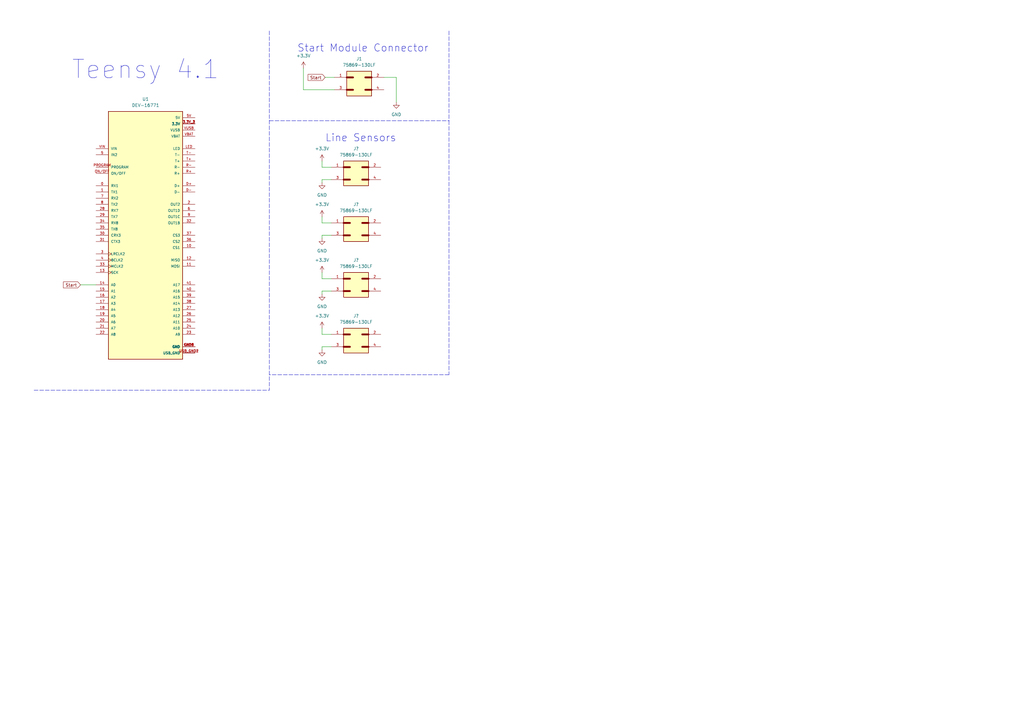
<source format=kicad_sch>
(kicad_sch (version 20211123) (generator eeschema)
  (paper "A3")
  (lib_symbols
    (symbol "power:+3.3V" (power) (pin_names (offset 0))
      (property "Value" "+3.3V" (at 0 3.556 0))
      (symbol "+3.3V_0_1"
        (polyline (pts (xy -0.762 1.27) (xy 0 2.54)))
        (polyline (pts (xy 0 0) (xy 0 2.54)))
        (polyline (pts (xy 0 2.54) (xy 0.762 1.27)))
      )
      (symbol "+3.3V_1_1"
        (pin power_in line (at 0 0 90) (length 0) hide (name "+3.3V") (number "1"))
      )
    )
    (symbol "power:GND" (power) (pin_names (offset 0))
      (property "Value" "GND" (at 0 -3.81 0))
      (symbol "GND_0_1"
        (polyline (pts (xy 0 0) (xy 0 -1.27) (xy 1.27 -1.27) (xy 0 -2.54) (xy -1.27 -1.27) (xy 0 -1.27)))
      )
      (symbol "GND_1_1"
        (pin power_in line (at 0 0 270) (length 0) hide (name "GND") (number "1"))
      )
    )
    (symbol "timmiCB:75869-130LF" (pin_names (offset 1.016))
      (property "Reference" "J" (at -5.0886 5.5975 0))
      (property "Value" "75869-130LF" (at -5.0835 -7.6252 0))
      (symbol "75869-130LF_0_0"
        (rectangle (start -5.08 -5.08) (end 5.08 5.08) (stroke (width 0.254)) (fill (type background)))
        (polyline (pts (xy -5.08 -2.54) (xy -2.54 -2.54)) (stroke (width 0.762)))
        (polyline (pts (xy -5.08 2.54) (xy -2.54 2.54)) (stroke (width 0.762)))
        (polyline (pts (xy 5.08 -2.54) (xy 2.54 -2.54)) (stroke (width 0.762)))
        (polyline (pts (xy 5.08 2.54) (xy 2.54 2.54)) (stroke (width 0.762)))
        (pin passive line (at -10.16 2.54 0) (length 5.08) (name "~") (number "1"))
        (pin passive line (at 10.16 2.54 180) (length 5.08) (name "~") (number "2"))
        (pin passive line (at -10.16 -2.54 0) (length 5.08) (name "~") (number "3"))
        (pin passive line (at 10.16 -2.54 180) (length 5.08) (name "~") (number "4"))
      )
    )
    (symbol "timmiCB:DEV-16771" (pin_names (offset 1.016))
      (property "Reference" "U" (at -15.24 52.07 0))
      (property "Value" "DEV-16771" (at -15.24 -53.34 0))
      (symbol "DEV-16771_0_0"
        (rectangle (start -15.24 -50.8) (end 15.24 50.8) (stroke (width 0.254)) (fill (type background)))
        (pin bidirectional line (at -20.32 20.32 0) (length 5.08) (name "RX1") (number "0"))
        (pin bidirectional line (at -20.32 17.78 0) (length 5.08) (name "TX1") (number "1"))
        (pin bidirectional line (at 20.32 -5.08 180) (length 5.08) (name "CS1") (number "10"))
        (pin bidirectional line (at 20.32 -12.7 180) (length 5.08) (name "MOSI") (number "11"))
        (pin bidirectional line (at 20.32 -10.16 180) (length 5.08) (name "MISO") (number "12"))
        (pin bidirectional clock (at -20.32 -15.24 0) (length 5.08) (name "SCK") (number "13"))
        (pin bidirectional line (at -20.32 -20.32 0) (length 5.08) (name "A0") (number "14"))
        (pin bidirectional line (at -20.32 -22.86 0) (length 5.08) (name "A1") (number "15"))
        (pin bidirectional line (at -20.32 -25.4 0) (length 5.08) (name "A2") (number "16"))
        (pin bidirectional line (at -20.32 -27.94 0) (length 5.08) (name "A3") (number "17"))
        (pin bidirectional line (at -20.32 -30.48 0) (length 5.08) (name "A4") (number "18"))
        (pin bidirectional line (at -20.32 -33.02 0) (length 5.08) (name "A5") (number "19"))
        (pin output line (at 20.32 12.7 180) (length 5.08) (name "OUT2") (number "2"))
        (pin bidirectional line (at -20.32 -35.56 0) (length 5.08) (name "A6") (number "20"))
        (pin bidirectional line (at -20.32 -38.1 0) (length 5.08) (name "A7") (number "21"))
        (pin bidirectional line (at -20.32 -40.64 0) (length 5.08) (name "A8") (number "22"))
        (pin bidirectional line (at 20.32 -40.64 180) (length 5.08) (name "A9") (number "23"))
        (pin bidirectional line (at 20.32 -38.1 180) (length 5.08) (name "A10") (number "24"))
        (pin bidirectional line (at 20.32 -35.56 180) (length 5.08) (name "A11") (number "25"))
        (pin bidirectional line (at 20.32 -33.02 180) (length 5.08) (name "A12") (number "26"))
        (pin bidirectional line (at 20.32 -30.48 180) (length 5.08) (name "A13") (number "27"))
        (pin bidirectional line (at -20.32 10.16 0) (length 5.08) (name "RX7") (number "28"))
        (pin bidirectional line (at -20.32 7.62 0) (length 5.08) (name "TX7") (number "29"))
        (pin bidirectional clock (at -20.32 -7.62 0) (length 5.08) (name "LRCLK2") (number "3"))
        (pin power_in line (at 20.32 45.72 180) (length 5.08) (name "3.3V") (number "3.3V_1"))
        (pin power_in line (at 20.32 45.72 180) (length 5.08) (name "3.3V") (number "3.3V_2"))
        (pin power_in line (at 20.32 45.72 180) (length 5.08) (name "3.3V") (number "3.3V_3"))
        (pin bidirectional line (at -20.32 0 0) (length 5.08) (name "CRX3") (number "30"))
        (pin bidirectional line (at -20.32 -2.54 0) (length 5.08) (name "CTX3") (number "31"))
        (pin output line (at 20.32 5.08 180) (length 5.08) (name "OUT1B") (number "32"))
        (pin bidirectional clock (at -20.32 -12.7 0) (length 5.08) (name "MCLK2") (number "33"))
        (pin bidirectional line (at -20.32 5.08 0) (length 5.08) (name "RX8") (number "34"))
        (pin bidirectional line (at -20.32 2.54 0) (length 5.08) (name "TX8") (number "35"))
        (pin bidirectional line (at 20.32 -2.54 180) (length 5.08) (name "CS2") (number "36"))
        (pin bidirectional line (at 20.32 0 180) (length 5.08) (name "CS3") (number "37"))
        (pin bidirectional line (at 20.32 -27.94 180) (length 5.08) (name "A14") (number "38"))
        (pin bidirectional line (at 20.32 -25.4 180) (length 5.08) (name "A15") (number "39"))
        (pin bidirectional clock (at -20.32 -10.16 0) (length 5.08) (name "BCLK2") (number "4"))
        (pin bidirectional line (at 20.32 -22.86 180) (length 5.08) (name "A16") (number "40"))
        (pin bidirectional line (at 20.32 -20.32 180) (length 5.08) (name "A17") (number "41"))
        (pin bidirectional line (at -20.32 33.02 0) (length 5.08) (name "IN2") (number "5"))
        (pin power_in line (at 20.32 48.26 180) (length 5.08) (name "5V") (number "5V"))
        (pin output line (at 20.32 10.16 180) (length 5.08) (name "OUT1D") (number "6"))
        (pin bidirectional line (at -20.32 15.24 0) (length 5.08) (name "RX2") (number "7"))
        (pin bidirectional line (at -20.32 12.7 0) (length 5.08) (name "TX2") (number "8"))
        (pin output line (at 20.32 7.62 180) (length 5.08) (name "OUT1C") (number "9"))
        (pin bidirectional line (at 20.32 20.32 180) (length 5.08) (name "D+") (number "D+"))
        (pin bidirectional line (at 20.32 17.78 180) (length 5.08) (name "D-") (number "D-"))
        (pin power_in line (at 20.32 -45.72 180) (length 5.08) (name "GND") (number "GND1"))
        (pin power_in line (at 20.32 -45.72 180) (length 5.08) (name "GND") (number "GND2"))
        (pin power_in line (at 20.32 -45.72 180) (length 5.08) (name "GND") (number "GND3"))
        (pin power_in line (at 20.32 -45.72 180) (length 5.08) (name "GND") (number "GND4"))
        (pin power_in line (at 20.32 -45.72 180) (length 5.08) (name "GND") (number "GND5"))
        (pin bidirectional line (at 20.32 35.56 180) (length 5.08) (name "LED") (number "LED"))
        (pin bidirectional line (at -20.32 25.4 0) (length 5.08) (name "ON/OFF") (number "ON/OFF"))
        (pin bidirectional line (at -20.32 27.94 0) (length 5.08) (name "PROGRAM") (number "PROGRAM"))
        (pin bidirectional line (at 20.32 25.4 180) (length 5.08) (name "R+") (number "R+"))
        (pin bidirectional line (at 20.32 27.94 180) (length 5.08) (name "R-") (number "R-"))
        (pin bidirectional line (at 20.32 30.48 180) (length 5.08) (name "T+") (number "T+"))
        (pin bidirectional line (at 20.32 33.02 180) (length 5.08) (name "T-") (number "T-"))
        (pin power_in line (at 20.32 -48.26 180) (length 5.08) (name "USB_GND") (number "USB_GND1"))
        (pin power_in line (at 20.32 -48.26 180) (length 5.08) (name "USB_GND") (number "USB_GND2"))
        (pin passive line (at 20.32 40.64 180) (length 5.08) (name "VBAT") (number "VBAT"))
        (pin input line (at -20.32 35.56 0) (length 5.08) (name "VIN") (number "VIN"))
        (pin passive line (at 20.32 43.18 180) (length 5.08) (name "VUSB") (number "VUSB"))
      )
    )
  )
  (wire (pts (xy 132.08 88.9) (xy 132.08 91.44)))
  (wire (pts (xy 132.08 73.66) (xy 132.08 74.93)))
  (wire (pts (xy 137.16 36.83) (xy 124.46 36.83)))
  (wire (pts (xy 133.35 31.75) (xy 137.16 31.75)))
  (wire (pts (xy 124.46 36.83) (xy 124.46 27.94)))
  (wire (pts (xy 135.89 119.38) (xy 132.08 119.38)))
  (polyline (pts (xy 110.49 12.7) (xy 110.49 160.02)))
  (polyline (pts (xy 110.49 49.53) (xy 184.15 49.53)))
  (wire (pts (xy 132.08 111.76) (xy 132.08 114.3)))
  (wire (pts (xy 162.56 31.75) (xy 162.56 41.91)))
  (wire (pts (xy 132.08 142.24) (xy 132.08 143.51)))
  (wire (pts (xy 135.89 73.66) (xy 132.08 73.66)))
  (wire (pts (xy 132.08 137.16) (xy 135.89 137.16)))
  (polyline (pts (xy 13.97 160.02) (xy 110.49 160.02)))
  (wire (pts (xy 132.08 68.58) (xy 135.89 68.58)))
  (wire (pts (xy 135.89 96.52) (xy 132.08 96.52)))
  (wire (pts (xy 157.48 31.75) (xy 162.56 31.75)))
  (wire (pts (xy 132.08 66.04) (xy 132.08 68.58)))
  (wire (pts (xy 132.08 114.3) (xy 135.89 114.3)))
  (wire (pts (xy 135.89 142.24) (xy 132.08 142.24)))
  (wire (pts (xy 33.02 116.84) (xy 39.37 116.84)))
  (wire (pts (xy 132.08 119.38) (xy 132.08 120.65)))
  (wire (pts (xy 132.08 91.44) (xy 135.89 91.44)))
  (polyline (pts (xy 184.15 12.7) (xy 184.15 49.53)))
  (polyline (pts (xy 184.15 153.67) (xy 110.49 153.67)))
  (wire (pts (xy 132.08 134.62) (xy 132.08 137.16)))
  (wire (pts (xy 132.08 96.52) (xy 132.08 97.79)))
  (polyline (pts (xy 184.15 49.53) (xy 184.15 153.67)))
  (text "Line Sensors" (at 133.35 58.42 0) (effects (font (size 3 3)) (justify left bottom)))
  (text "Start Module Connector" (at 121.92 21.59 0) (effects (font (size 3 3)) (justify left bottom)))
  (text "Teensy 4.1\n" (at 29.21 33.02 0) (effects (font (size 7.5 7.5)) (justify left bottom)))
  (global_label "Start" (shape input) (at 33.02 116.84 180) (property "Intersheet References" "${INTERSHEET_REFS}" (effects hide)))
  (global_label "Start" (shape input) (at 133.35 31.75 180) (property "Intersheet References" "${INTERSHEET_REFS}" (effects hide)))
  (symbol (lib_id "timmiCB:75869-130LF") (at 146.05 93.98 0) (unit 1)
    (property "Reference" "J?" (at 146.05 83.82 0))
    (property "Value" "75869-130LF" (at 146.05 86.36 0))
  )
  (symbol (lib_id "power:+3.3V") (at 132.08 88.9 0) (unit 1)
    (property "Reference" "#PWR?" (effects hide))
    (property "Value" "+3.3V" (at 132.08 83.82 0))
  )
  (symbol (lib_id "power:GND") (at 132.08 74.93 0) (unit 1)
    (property "Reference" "#PWR?" (effects hide))
    (property "Value" "GND" (at 132.08 80.01 0))
  )
  (symbol (lib_id "power:GND") (at 162.56 41.91 0) (unit 1)
    (property "Reference" "#PWR0101" (effects hide))
    (property "Value" "GND" (at 162.56 46.99 0))
  )
  (symbol (lib_id "power:+3.3V") (at 132.08 111.76 0) (unit 1)
    (property "Reference" "#PWR?" (effects hide))
    (property "Value" "+3.3V" (at 132.08 106.68 0))
  )
  (symbol (lib_id "timmiCB:75869-130LF") (at 146.05 116.84 0) (unit 1)
    (property "Reference" "J?" (at 146.05 106.68 0))
    (property "Value" "75869-130LF" (at 146.05 109.22 0))
  )
  (symbol (lib_id "timmiCB:75869-130LF") (at 146.05 71.12 0) (unit 1)
    (property "Reference" "J?" (at 146.05 60.96 0))
    (property "Value" "75869-130LF" (at 146.05 63.5 0))
  )
  (symbol (lib_id "power:+3.3V") (at 124.46 27.94 0) (unit 1)
    (property "Reference" "#PWR0102" (effects hide))
    (property "Value" "+3.3V" (at 124.46 22.86 0))
  )
  (symbol (lib_id "power:GND") (at 132.08 143.51 0) (unit 1)
    (property "Reference" "#PWR?" (effects hide))
    (property "Value" "GND" (at 132.08 148.59 0))
  )
  (symbol (lib_id "timmiCB:75869-130LF") (at 147.32 34.29 0) (unit 1)
    (property "Reference" "J1" (at 147.32 24.13 0))
    (property "Value" "75869-130LF" (at 147.32 26.67 0))
    (property "Footprint" "timmi footprints:FCI_75869-130LF" (effects hide))
  )
  (symbol (lib_id "power:+3.3V") (at 132.08 66.04 0) (unit 1)
    (property "Reference" "#PWR?" (effects hide))
    (property "Value" "+3.3V" (at 132.08 60.96 0))
  )
  (symbol (lib_id "power:GND") (at 132.08 97.79 0) (unit 1)
    (property "Reference" "#PWR?" (effects hide))
    (property "Value" "GND" (at 132.08 102.87 0))
  )
  (symbol (lib_id "power:+3.3V") (at 132.08 134.62 0) (unit 1)
    (property "Reference" "#PWR?" (effects hide))
    (property "Value" "+3.3V" (at 132.08 129.54 0))
  )
  (symbol (lib_id "timmiCB:DEV-16771") (at 59.69 96.52 0) (unit 1)
    (property "Reference" "U1" (at 59.69 40.64 0))
    (property "Value" "DEV-16771" (at 59.69 43.18 0))
    (property "Footprint" "timmi footprints:MODULE_DEV-16771" (effects hide))
  )
  (symbol (lib_id "timmiCB:75869-130LF") (at 146.05 139.7 0) (unit 1)
    (property "Reference" "J?" (at 146.05 129.54 0))
    (property "Value" "75869-130LF" (at 146.05 132.08 0))
  )
  (symbol (lib_id "power:GND") (at 132.08 120.65 0) (unit 1)
    (property "Reference" "#PWR?" (effects hide))
    (property "Value" "GND" (at 132.08 125.73 0))
  )
)
</source>
